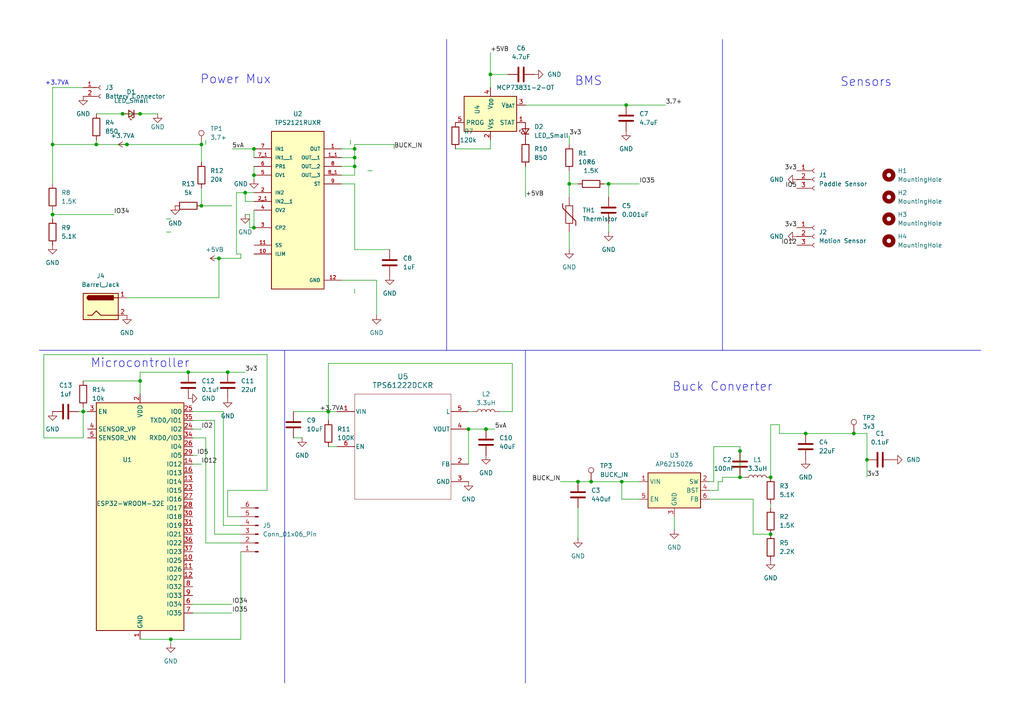
<source format=kicad_sch>
(kicad_sch (version 20250114) (generator "eeschema") (generator_version "9.0")
  (paper "A4")
  (lib_symbols
    (symbol "2025-10-12_01-10-01:TPS61222DCKR" (pin_names (offset 0.254))
      (property "Reference" "U" (at 0 2.54 0))
      (property "Value" "TPS61222DCKR" (at 0 0 0))
      (symbol "TPS61222DCKR_0_1"
        (polyline (pts (xy -12.7 15.24) (xy -12.7 -15.24)) (stroke (width 0.1016)))
        (polyline (pts (xy -12.7 -15.24) (xy 15.24 -15.24)) (stroke (width 0.1016)))
        (polyline (pts (xy 15.24 15.24) (xy -12.7 15.24)) (stroke (width 0.1016)))
        (polyline (pts (xy 15.24 -15.24) (xy 15.24 15.24)) (stroke (width 0.1016)))
        (pin power_in line (at -17.78 10.16 0) (length 5.08) (name "VIN") (number "1"))
        (pin input line (at -17.78 0 0) (length 5.08) (name "EN") (number "6"))
        (pin unspecified line (at 20.32 10.16 180) (length 5.08) (name "L") (number "5"))
        (pin power_in line (at 20.32 5.08 180) (length 5.08) (name "VOUT") (number "4"))
        (pin input line (at 20.32 -5.08 180) (length 5.08) (name "FB") (number "2"))
        (pin power_in line (at 20.32 -10.16 180) (length 5.08) (name "GND") (number "3"))
      )
    )
    (symbol "Battery_Management:MCP73831-2-OT"
      (property "Reference" "U" (at -7.62 6.35 0))
      (property "Value" "MCP73831-2-OT" (at 1.27 6.35 0))
      (symbol "MCP73831-2-OT_0_1"
        (rectangle (start -7.62 5.08) (end 7.62 -5.08) (stroke (width 0.254)) (fill (type background)))
      )
      (symbol "MCP73831-2-OT_1_1"
        (pin input line (at -10.16 -2.54 0) (length 2.54) (name "PROG") (number "5"))
        (pin power_in line (at 0 7.62 270) (length 2.54) (name "V_{DD}") (number "4"))
        (pin power_in line (at 0 -7.62 90) (length 2.54) (name "V_{SS}") (number "2"))
        (pin power_out line (at 10.16 2.54 180) (length 2.54) (name "V_{BAT}") (number "3"))
        (pin tri_state line (at 10.16 -2.54 180) (length 2.54) (name "STAT") (number "1"))
      )
    )
    (symbol "Connector:Barrel_Jack" (pin_names (offset 1.016))
      (property "Reference" "J" (at 0 5.334 0))
      (property "Value" "Barrel_Jack" (at 0 -5.08 0))
      (symbol "Barrel_Jack_0_1"
        (rectangle (start -5.08 3.81) (end 5.08 -3.81) (stroke (width 0.254)) (fill (type background)))
        (polyline (pts (xy -3.81 -2.54) (xy -2.54 -2.54) (xy -1.27 -1.27) (xy 0 -2.54) (xy 2.54 -2.54) (xy 5.08 -2.54)) (stroke (width 0.254)))
        (arc (start -3.302 1.905) (mid -3.9343 2.54) (end -3.302 3.175) (stroke (width 0.254)))
        (arc (start -3.302 1.905) (mid -3.9343 2.54) (end -3.302 3.175) (stroke (width 0.254)) (fill (type outline)))
        (rectangle (start 3.683 3.175) (end -3.302 1.905) (stroke (width 0.254)) (fill (type outline)))
        (polyline (pts (xy 5.08 2.54) (xy 3.81 2.54)) (stroke (width 0.254)))
      )
      (symbol "Barrel_Jack_1_1"
        (pin passive line (at 7.62 2.54 180) (length 2.54) (name "~") (number "1"))
        (pin passive line (at 7.62 -2.54 180) (length 2.54) (name "~") (number "2"))
      )
    )
    (symbol "Connector:Conn_01x02_Socket" (pin_names (offset 1.016) (hide yes))
      (property "Reference" "J" (at 0 2.54 0))
      (property "Value" "Conn_01x02_Socket" (at 0 -5.08 0))
      (symbol "Conn_01x02_Socket_1_1"
        (polyline (pts (xy -1.27 0) (xy -0.508 0)) (stroke (width 0.1524)))
        (polyline (pts (xy -1.27 -2.54) (xy -0.508 -2.54)) (stroke (width 0.1524)))
        (arc (start 0 -0.508) (mid -0.5058 0) (end 0 0.508) (stroke (width 0.1524)))
        (arc (start 0 -3.048) (mid -0.5058 -2.54) (end 0 -2.032) (stroke (width 0.1524)))
        (pin passive line (at -5.08 0 0) (length 3.81) (name "Pin_1") (number "1"))
        (pin passive line (at -5.08 -2.54 0) (length 3.81) (name "Pin_2") (number "2"))
      )
    )
    (symbol "Connector:Conn_01x03_Socket" (pin_names (offset 1.016) (hide yes))
      (property "Reference" "J" (at 0 5.08 0))
      (property "Value" "Conn_01x03_Socket" (at 0 -5.08 0))
      (symbol "Conn_01x03_Socket_1_1"
        (polyline (pts (xy -1.27 2.54) (xy -0.508 2.54)) (stroke (width 0.1524)))
        (polyline (pts (xy -1.27 0) (xy -0.508 0)) (stroke (width 0.1524)))
        (polyline (pts (xy -1.27 -2.54) (xy -0.508 -2.54)) (stroke (width 0.1524)))
        (arc (start 0 2.032) (mid -0.5058 2.54) (end 0 3.048) (stroke (width 0.1524)))
        (arc (start 0 -0.508) (mid -0.5058 0) (end 0 0.508) (stroke (width 0.1524)))
        (arc (start 0 -3.048) (mid -0.5058 -2.54) (end 0 -2.032) (stroke (width 0.1524)))
        (pin passive line (at -5.08 2.54 0) (length 3.81) (name "Pin_1") (number "1"))
        (pin passive line (at -5.08 0 0) (length 3.81) (name "Pin_2") (number "2"))
        (pin passive line (at -5.08 -2.54 0) (length 3.81) (name "Pin_3") (number "3"))
      )
    )
    (symbol "Connector:Conn_01x06_Pin" (pin_names (offset 1.016) (hide yes))
      (property "Reference" "J" (at 0 7.62 0))
      (property "Value" "Conn_01x06_Pin" (at 0 -10.16 0))
      (symbol "Conn_01x06_Pin_1_1"
        (rectangle (start 0.8636 5.207) (end 0 4.953) (stroke (width 0.1524)) (fill (type outline)))
        (rectangle (start 0.8636 2.667) (end 0 2.413) (stroke (width 0.1524)) (fill (type outline)))
        (rectangle (start 0.8636 0.127) (end 0 -0.127) (stroke (width 0.1524)) (fill (type outline)))
        (rectangle (start 0.8636 -2.413) (end 0 -2.667) (stroke (width 0.1524)) (fill (type outline)))
        (rectangle (start 0.8636 -4.953) (end 0 -5.207) (stroke (width 0.1524)) (fill (type outline)))
        (rectangle (start 0.8636 -7.493) (end 0 -7.747) (stroke (width 0.1524)) (fill (type outline)))
        (polyline (pts (xy 1.27 5.08) (xy 0.8636 5.08)) (stroke (width 0.1524)))
        (polyline (pts (xy 1.27 2.54) (xy 0.8636 2.54)) (stroke (width 0.1524)))
        (polyline (pts (xy 1.27 0) (xy 0.8636 0)) (stroke (width 0.1524)))
        (polyline (pts (xy 1.27 -2.54) (xy 0.8636 -2.54)) (stroke (width 0.1524)))
        (polyline (pts (xy 1.27 -5.08) (xy 0.8636 -5.08)) (stroke (width 0.1524)))
        (polyline (pts (xy 1.27 -7.62) (xy 0.8636 -7.62)) (stroke (width 0.1524)))
        (pin passive line (at 5.08 5.08 180) (length 3.81) (name "Pin_1") (number "1"))
        (pin passive line (at 5.08 2.54 180) (length 3.81) (name "Pin_2") (number "2"))
        (pin passive line (at 5.08 0 180) (length 3.81) (name "Pin_3") (number "3"))
        (pin passive line (at 5.08 -2.54 180) (length 3.81) (name "Pin_4") (number "4"))
        (pin passive line (at 5.08 -5.08 180) (length 3.81) (name "Pin_5") (number "5"))
        (pin passive line (at 5.08 -7.62 180) (length 3.81) (name "Pin_6") (number "6"))
      )
    )
    (symbol "Connector:TestPoint" (pin_numbers (hide yes)) (pin_names (offset 0.762) (hide yes))
      (property "Reference" "TP" (at 0 6.858 0))
      (property "Value" "TestPoint" (at 0 5.08 0))
      (symbol "TestPoint_0_1"
        (circle (center 0 3.302) (radius 0.762))
      )
      (symbol "TestPoint_1_1"
        (pin passive line (at 0 0 90) (length 2.54) (name "1") (number "1"))
      )
    )
    (symbol "Device:C" (pin_numbers (hide yes)) (pin_names (offset 0.254))
      (property "Reference" "C" (at 0.635 2.54 0))
      (property "Value" "C" (at 0.635 -2.54 0))
      (symbol "C_0_1"
        (polyline (pts (xy -2.032 0.762) (xy 2.032 0.762)) (stroke (width 0.508)))
        (polyline (pts (xy -2.032 -0.762) (xy 2.032 -0.762)) (stroke (width 0.508)))
      )
      (symbol "C_1_1"
        (pin passive line (at 0 3.81 270) (length 2.794) (name "~") (number "1"))
        (pin passive line (at 0 -3.81 90) (length 2.794) (name "~") (number "2"))
      )
    )
    (symbol "Device:L" (pin_numbers (hide yes)) (pin_names (offset 1.016) (hide yes))
      (property "Reference" "L" (at -1.27 0 90))
      (property "Value" "L" (at 1.905 0 90))
      (symbol "L_0_1"
        (arc (start 0 2.54) (mid 0.6323 1.905) (end 0 1.27))
        (arc (start 0 1.27) (mid 0.6323 0.635) (end 0 0))
        (arc (start 0 0) (mid 0.6323 -0.635) (end 0 -1.27))
        (arc (start 0 -1.27) (mid 0.6323 -1.905) (end 0 -2.54))
      )
      (symbol "L_1_1"
        (pin passive line (at 0 3.81 270) (length 1.27) (name "1") (number "1"))
        (pin passive line (at 0 -3.81 90) (length 1.27) (name "2") (number "2"))
      )
    )
    (symbol "Device:LED_Small" (pin_numbers (hide yes)) (pin_names (offset 0.254) (hide yes))
      (property "Reference" "D" (at -1.27 3.175 0))
      (property "Value" "LED_Small" (at -4.445 -2.54 0))
      (symbol "LED_Small_0_1"
        (polyline (pts (xy -0.762 -1.016) (xy -0.762 1.016)) (stroke (width 0.254)))
        (polyline (pts (xy 0 0.762) (xy -0.508 1.27) (xy -0.254 1.27) (xy -0.508 1.27) (xy -0.508 1.016)))
        (polyline (pts (xy 0.508 1.27) (xy 0 1.778) (xy 0.254 1.778) (xy 0 1.778) (xy 0 1.524)))
        (polyline (pts (xy 0.762 -1.016) (xy -0.762 0) (xy 0.762 1.016) (xy 0.762 -1.016)) (stroke (width 0.254)))
        (polyline (pts (xy 1.016 0) (xy -0.762 0)))
      )
      (symbol "LED_Small_1_1"
        (pin passive line (at -2.54 0 0) (length 1.778) (name "K") (number "1"))
        (pin passive line (at 2.54 0 180) (length 1.778) (name "A") (number "2"))
      )
    )
    (symbol "Device:R" (pin_numbers (hide yes)) (pin_names (offset 0))
      (property "Reference" "R" (at 2.032 0 90))
      (property "Value" "R" (at 0 0 90))
      (symbol "R_0_1"
        (rectangle (start -1.016 -2.54) (end 1.016 2.54) (stroke (width 0.254)))
      )
      (symbol "R_1_1"
        (pin passive line (at 0 3.81 270) (length 1.27) (name "~") (number "1"))
        (pin passive line (at 0 -3.81 90) (length 1.27) (name "~") (number "2"))
      )
    )
    (symbol "Device:Thermistor" (pin_numbers (hide yes)) (pin_names (offset 0))
      (property "Reference" "TH" (at 2.54 1.27 90))
      (property "Value" "Thermistor" (at -2.54 0 90))
      (symbol "Thermistor_0_1"
        (polyline (pts (xy -1.905 3.175) (xy -1.905 1.905) (xy 1.905 -1.905) (xy 1.905 -3.175) (xy 1.905 -3.175)) (stroke (width 0.254)))
        (rectangle (start -1.016 2.54) (end 1.016 -2.54) (stroke (width 0.2032)))
      )
      (symbol "Thermistor_1_1"
        (pin passive line (at 0 5.08 270) (length 2.54) (name "~") (number "1"))
        (pin passive line (at 0 -5.08 90) (length 2.54) (name "~") (number "2"))
      )
    )
    (symbol "Mechanical:MountingHole" (pin_names (offset 1.016)) (in_bom no)
      (property "Reference" "H" (at 0 5.08 0))
      (property "Value" "MountingHole" (at 0 3.175 0))
      (symbol "MountingHole_0_1"
        (circle (center 0 0) (radius 1.27) (stroke (width 1.27)))
      )
    )
    (symbol "RF_Module:ESP32-WROOM-32E"
      (property "Reference" "U" (at -12.7 34.29 0))
      (property "Value" "ESP32-WROOM-32E" (at 1.27 34.29 0))
      (symbol "ESP32-WROOM-32E_0_1"
        (rectangle (start -12.7 33.02) (end 12.7 -33.02) (stroke (width 0.254)) (fill (type background)))
      )
      (symbol "ESP32-WROOM-32E_1_1"
        (pin input line (at -15.24 30.48 0) (length 2.54) (name "EN") (number "3"))
        (pin input line (at -15.24 25.4 0) (length 2.54) (name "SENSOR_VP") (number "4"))
        (pin input line (at -15.24 22.86 0) (length 2.54) (name "SENSOR_VN") (number "5"))
        (pin no_connect line (at -12.7 0 0) (length 2.54) (hide yes) (name "NC") (number "21"))
        (pin no_connect line (at -12.7 -2.54 0) (length 2.54) (hide yes) (name "NC") (number "22"))
        (pin no_connect line (at -12.7 -5.08 0) (length 2.54) (hide yes) (name "NC") (number "17"))
        (pin no_connect line (at -12.7 -7.62 0) (length 2.54) (hide yes) (name "NC") (number "18"))
        (pin no_connect line (at -12.7 -10.16 0) (length 2.54) (hide yes) (name "NC") (number "20"))
        (pin no_connect line (at -12.7 -12.7 0) (length 2.54) (hide yes) (name "NC") (number "19"))
        (pin no_connect line (at -12.7 -27.94 0) (length 2.54) (hide yes) (name "NC") (number "32"))
        (pin power_in line (at 0 35.56 270) (length 2.54) (name "VDD") (number "2"))
        (pin power_in line (at 0 -35.56 90) (length 2.54) (name "GND") (number "1"))
        (pin passive line (at 0 -35.56 90) (length 2.54) (hide yes) (name "GND") (number "15"))
        (pin passive line (at 0 -35.56 90) (length 2.54) (hide yes) (name "GND") (number "38"))
        (pin passive line (at 0 -35.56 90) (length 2.54) (hide yes) (name "GND") (number "39"))
        (pin bidirectional line (at 15.24 30.48 180) (length 2.54) (name "IO0") (number "25"))
        (pin bidirectional line (at 15.24 27.94 180) (length 2.54) (name "TXD0/IO1") (number "35"))
        (pin bidirectional line (at 15.24 25.4 180) (length 2.54) (name "IO2") (number "24"))
        (pin bidirectional line (at 15.24 22.86 180) (length 2.54) (name "RXD0/IO3") (number "34"))
        (pin bidirectional line (at 15.24 20.32 180) (length 2.54) (name "IO4") (number "26"))
        (pin bidirectional line (at 15.24 17.78 180) (length 2.54) (name "IO5") (number "29"))
        (pin bidirectional line (at 15.24 15.24 180) (length 2.54) (name "IO12") (number "14"))
        (pin bidirectional line (at 15.24 12.7 180) (length 2.54) (name "IO13") (number "16"))
        (pin bidirectional line (at 15.24 10.16 180) (length 2.54) (name "IO14") (number "13"))
        (pin bidirectional line (at 15.24 7.62 180) (length 2.54) (name "IO15") (number "23"))
        (pin bidirectional line (at 15.24 5.08 180) (length 2.54) (name "IO16") (number "27"))
        (pin bidirectional line (at 15.24 2.54 180) (length 2.54) (name "IO17") (number "28"))
        (pin bidirectional line (at 15.24 0 180) (length 2.54) (name "IO18") (number "30"))
        (pin bidirectional line (at 15.24 -2.54 180) (length 2.54) (name "IO19") (number "31"))
        (pin bidirectional line (at 15.24 -5.08 180) (length 2.54) (name "IO21") (number "33"))
        (pin bidirectional line (at 15.24 -7.62 180) (length 2.54) (name "IO22") (number "36"))
        (pin bidirectional line (at 15.24 -10.16 180) (length 2.54) (name "IO23") (number "37"))
        (pin bidirectional line (at 15.24 -12.7 180) (length 2.54) (name "IO25") (number "10"))
        (pin bidirectional line (at 15.24 -15.24 180) (length 2.54) (name "IO26") (number "11"))
        (pin bidirectional line (at 15.24 -17.78 180) (length 2.54) (name "IO27") (number "12"))
        (pin bidirectional line (at 15.24 -20.32 180) (length 2.54) (name "IO32") (number "8"))
        (pin bidirectional line (at 15.24 -22.86 180) (length 2.54) (name "IO33") (number "9"))
        (pin input line (at 15.24 -25.4 180) (length 2.54) (name "IO34") (number "6"))
        (pin input line (at 15.24 -27.94 180) (length 2.54) (name "IO35") (number "7"))
      )
    )
    (symbol "Regulator_Switching:AP62150Z6"
      (property "Reference" "U" (at -7.62 6.35 0))
      (property "Value" "AP62150Z6" (at 6.35 -6.35 0))
      (symbol "AP62150Z6_0_1"
        (rectangle (start -7.62 5.08) (end 7.62 -5.08) (stroke (width 0.254)) (fill (type background)))
      )
      (symbol "AP62150Z6_1_1"
        (pin power_in line (at -10.16 2.54 0) (length 2.54) (name "VIN") (number "1"))
        (pin input line (at -10.16 -2.54 0) (length 2.54) (name "EN") (number "5"))
        (pin power_in line (at 0 -7.62 90) (length 2.54) (name "GND") (number "3"))
        (pin output line (at 10.16 2.54 180) (length 2.54) (name "SW") (number "2"))
        (pin passive line (at 10.16 0 180) (length 2.54) (name "BST") (number "4"))
        (pin input line (at 10.16 -2.54 180) (length 2.54) (name "FB") (number "6"))
      )
    )
    (symbol "TPS2121RUXR:TPS2121RUXR" (pin_names (offset 1.016))
      (property "Reference" "U" (at -7.62 21.082 0))
      (property "Value" "TPS2121RUXR" (at -7.62 -27.94 0))
      (symbol "TPS2121RUXR_0_0"
        (rectangle (start -7.62 -25.4) (end 7.62 20.32) (stroke (width 0.254)) (fill (type background)))
        (pin input line (at -12.7 15.24 0) (length 5.08) (name "IN1") (number "7"))
        (pin input line (at -12.7 12.7 0) (length 5.08) (name "IN1__1") (number "7_1"))
        (pin input line (at -12.7 10.16 0) (length 5.08) (name "PR1") (number "6"))
        (pin input line (at -12.7 7.62 0) (length 5.08) (name "OV1") (number "5"))
        (pin input line (at -12.7 2.54 0) (length 5.08) (name "IN2") (number "2"))
        (pin input line (at -12.7 0 0) (length 5.08) (name "IN2__1") (number "2_1"))
        (pin input line (at -12.7 -2.54 0) (length 5.08) (name "OV2") (number "4"))
        (pin input line (at -12.7 -7.62 0) (length 5.08) (name "CP2") (number "3"))
        (pin passive line (at -12.7 -12.7 0) (length 5.08) (name "SS") (number "11"))
        (pin passive line (at -12.7 -15.24 0) (length 5.08) (name "ILIM") (number "10"))
        (pin output line (at 12.7 15.24 180) (length 5.08) (name "OUT") (number "1"))
        (pin output line (at 12.7 12.7 180) (length 5.08) (name "OUT__1") (number "1_1"))
        (pin output line (at 12.7 10.16 180) (length 5.08) (name "OUT__2") (number "8"))
        (pin output line (at 12.7 7.62 180) (length 5.08) (name "OUT__3") (number "8_1"))
        (pin output line (at 12.7 5.08 180) (length 5.08) (name "ST") (number "9"))
        (pin power_in line (at 12.7 -22.86 180) (length 5.08) (name "GND") (number "12"))
      )
    )
    (symbol "power:+12V" (power) (pin_numbers (hide yes)) (pin_names (offset 0) (hide yes))
      (property "Value" "+12V" (at 0 3.556 0))
      (symbol "+12V_0_1"
        (polyline (pts (xy -0.762 1.27) (xy 0 2.54)))
        (polyline (pts (xy 0 2.54) (xy 0.762 1.27)))
        (polyline (pts (xy 0 0) (xy 0 2.54)))
      )
      (symbol "+12V_1_1"
        (pin power_in line (at 0 0 90) (length 0) (name "~") (number "1"))
      )
    )
    (symbol "power:GND" (power) (pin_numbers (hide yes)) (pin_names (offset 0) (hide yes))
      (property "Value" "GND" (at 0 -3.81 0))
      (symbol "GND_0_1"
        (polyline (pts (xy 0 0) (xy 0 -1.27) (xy 1.27 -1.27) (xy 0 -2.54) (xy -1.27 -1.27) (xy 0 -1.27)))
      )
      (symbol "GND_1_1"
        (pin power_in line (at 0 0 270) (length 0) (name "~") (number "1"))
      )
    )
  )
  (rectangle (start 129.54 11.43) (end 129.54 101.6))
  (rectangle (start 82.55 101.6) (end 82.55 198.12))
  (rectangle (start 152.4 101.6) (end 152.4 198.12))
  (rectangle (start 11.43 101.6) (end 284.48 101.6))
  (rectangle (start 209.55 11.43) (end 209.55 101.6))
  (text "+3.7VA\n" (at 16.51 24.13 0) (effects (font (size 1.27 1.27))))
  (text "BMS" (at 170.688 23.622 0) (effects (font (size 2.54 2.54))))
  (text "Power Mux" (at 68.326 23.114 0) (effects (font (size 2.54 2.54))))
  (text "Microcontroller" (at 40.64 105.41 0) (effects (font (size 2.54 2.54))))
  (text "Buck Converter" (at 209.55 112.268 0) (effects (font (size 2.54 2.54))))
  (text "Sensors" (at 251.206 23.876 0) (effects (font (size 2.54 2.54))))
  (junction (at 66.04 107.95))
  (junction (at 73.66 66.04))
  (junction (at 135.89 124.46))
  (junction (at 142.24 21.59))
  (junction (at 165.1 53.34))
  (junction (at 15.24 41.91))
  (junction (at 251.46 133.35))
  (junction (at 40.64 33.02))
  (junction (at 214.63 130.81))
  (junction (at 102.87 43.18))
  (junction (at 223.52 154.94))
  (junction (at 27.94 41.91))
  (junction (at 73.66 50.8))
  (junction (at 140.97 124.46))
  (junction (at 15.24 62.23))
  (junction (at 36.83 41.91))
  (junction (at 95.25 119.38))
  (junction (at 180.34 139.7))
  (junction (at 181.61 30.48))
  (junction (at 73.66 43.18))
  (junction (at 102.87 45.72))
  (junction (at 24.13 119.38))
  (junction (at 171.45 139.7))
  (junction (at 233.68 125.73))
  (junction (at 176.53 53.34))
  (junction (at 71.12 55.88))
  (junction (at 58.42 59.69))
  (junction (at 35.56 33.02))
  (junction (at 102.87 48.26))
  (junction (at 54.61 107.95))
  (junction (at 223.52 138.43))
  (junction (at 58.42 41.91))
  (junction (at 214.63 138.43))
  (junction (at 247.65 125.73))
  (junction (at 40.64 110.49))
  (junction (at 167.64 139.7))
  (junction (at 49.53 185.42))
  (junction (at 63.5 74.93))
  (wire (pts (xy 95.25 129.54) (xy 97.79 129.54)))
  (wire (pts (xy 95.25 119.38) (xy 97.79 119.38)))
  (wire (pts (xy 114.3 41.91) (xy 114.3 43.18)))
  (wire (pts (xy 71.12 55.88) (xy 71.12 58.42)))
  (wire (pts (xy 68.58 55.88) (xy 71.12 55.88)))
  (wire (pts (xy 185.42 144.78) (xy 180.34 144.78)))
  (wire (pts (xy 15.24 41.91) (xy 27.94 41.91)))
  (wire (pts (xy 85.09 119.38) (xy 95.25 119.38)))
  (wire (pts (xy 62.23 74.93) (xy 63.5 74.93)))
  (wire (pts (xy 214.63 129.54) (xy 214.63 130.81)))
  (wire (pts (xy 67.31 43.18) (xy 73.66 43.18)))
  (wire (pts (xy 68.58 73.66) (xy 68.58 55.88)))
  (wire (pts (xy 152.4 48.26) (xy 152.4 57.15)))
  (wire (pts (xy 36.83 86.36) (xy 63.5 86.36)))
  (wire (pts (xy 102.87 43.18) (xy 102.87 45.72)))
  (wire (pts (xy 62.23 154.94) (xy 69.85 154.94)))
  (wire (pts (xy 180.34 144.78) (xy 180.34 139.7)))
  (wire (pts (xy 171.45 139.7) (xy 180.34 139.7)))
  (wire (pts (xy 59.69 40.64) (xy 59.69 41.91)))
  (wire (pts (xy 144.78 119.38) (xy 148.59 119.38)))
  (wire (pts (xy 247.65 125.73) (xy 251.46 125.73)))
  (wire (pts (xy 72.39 62.23) (xy 72.39 66.04)))
  (wire (pts (xy 71.12 62.23) (xy 72.39 62.23)))
  (wire (pts (xy 59.69 127) (xy 59.69 157.48)))
  (wire (pts (xy 55.88 119.38) (xy 64.77 119.38)))
  (wire (pts (xy 106.68 49.53) (xy 107.95 49.53)))
  (wire (pts (xy 214.63 130.81) (xy 214.63 137.16)))
  (wire (pts (xy 233.68 125.73) (xy 247.65 125.73)))
  (wire (pts (xy 12.7 102.87) (xy 77.47 102.87)))
  (wire (pts (xy 102.87 50.8) (xy 99.06 50.8)))
  (wire (pts (xy 102.87 83.82) (xy 102.87 85.09)))
  (wire (pts (xy 12.7 127) (xy 12.7 102.87)))
  (wire (pts (xy 251.46 133.35) (xy 251.46 138.43)))
  (wire (pts (xy 223.52 138.43) (xy 223.52 123.19)))
  (wire (pts (xy 176.53 53.34) (xy 176.53 57.15)))
  (wire (pts (xy 69.85 73.66) (xy 69.85 74.93)))
  (wire (pts (xy 165.1 53.34) (xy 165.1 57.15)))
  (wire (pts (xy 102.87 41.91) (xy 114.3 41.91)))
  (wire (pts (xy 251.46 125.73) (xy 251.46 133.35)))
  (wire (pts (xy 64.77 152.4) (xy 69.85 152.4)))
  (wire (pts (xy 140.97 124.46) (xy 143.51 124.46)))
  (wire (pts (xy 58.42 54.61) (xy 58.42 59.69)))
  (wire (pts (xy 59.69 157.48) (xy 69.85 157.48)))
  (wire (pts (xy 142.24 43.18) (xy 142.24 40.64)))
  (wire (pts (xy 15.24 41.91) (xy 15.24 53.34)))
  (wire (pts (xy 69.85 73.66) (xy 68.58 73.66)))
  (wire (pts (xy 77.47 142.24) (xy 66.04 142.24)))
  (wire (pts (xy 209.55 138.43) (xy 214.63 138.43)))
  (wire (pts (xy 132.08 43.18) (xy 142.24 43.18)))
  (wire (pts (xy 109.22 81.28) (xy 109.22 91.44)))
  (wire (pts (xy 101.6 40.64) (xy 101.6 41.91)))
  (wire (pts (xy 102.87 48.26) (xy 99.06 48.26)))
  (wire (pts (xy 48.26 67.31) (xy 49.53 67.31)))
  (wire (pts (xy 24.13 25.4) (xy 15.24 25.4)))
  (wire (pts (xy 102.87 72.39) (xy 113.03 72.39)))
  (wire (pts (xy 142.24 21.59) (xy 142.24 25.4)))
  (wire (pts (xy 205.74 144.78) (xy 218.44 144.78)))
  (wire (pts (xy 73.66 52.07) (xy 73.66 50.8)))
  (wire (pts (xy 49.53 186.69) (xy 49.53 185.42)))
  (wire (pts (xy 40.64 107.95) (xy 54.61 107.95)))
  (wire (pts (xy 55.88 177.8) (xy 67.31 177.8)))
  (wire (pts (xy 208.28 139.7) (xy 209.55 139.7)))
  (wire (pts (xy 49.53 63.5) (xy 48.26 63.5)))
  (wire (pts (xy 40.64 110.49) (xy 24.13 110.49)))
  (wire (pts (xy 72.39 66.04) (xy 73.66 66.04)))
  (wire (pts (xy 73.66 66.04) (xy 73.66 60.96)))
  (wire (pts (xy 165.1 49.53) (xy 165.1 53.34)))
  (wire (pts (xy 40.64 33.02) (xy 35.56 33.02)))
  (wire (pts (xy 167.64 139.7) (xy 171.45 139.7)))
  (wire (pts (xy 176.53 53.34) (xy 185.42 53.34)))
  (wire (pts (xy 148.59 119.38) (xy 148.59 105.41)))
  (wire (pts (xy 102.87 45.72) (xy 102.87 48.26)))
  (wire (pts (xy 142.24 15.24) (xy 142.24 21.59)))
  (wire (pts (xy 49.53 185.42) (xy 40.64 185.42)))
  (wire (pts (xy 55.88 134.62) (xy 58.42 134.62)))
  (wire (pts (xy 49.53 185.42) (xy 69.85 185.42)))
  (wire (pts (xy 71.12 55.88) (xy 73.66 55.88)))
  (wire (pts (xy 55.88 121.92) (xy 62.23 121.92)))
  (wire (pts (xy 102.87 43.18) (xy 99.06 43.18)))
  (wire (pts (xy 40.64 110.49) (xy 40.64 114.3)))
  (wire (pts (xy 162.56 139.7) (xy 167.64 139.7)))
  (wire (pts (xy 135.89 119.38) (xy 137.16 119.38)))
  (wire (pts (xy 55.88 124.46) (xy 58.42 124.46)))
  (wire (pts (xy 55.88 175.26) (xy 67.31 175.26)))
  (wire (pts (xy 36.83 41.91) (xy 58.42 41.91)))
  (wire (pts (xy 58.42 59.69) (xy 67.31 59.69)))
  (wire (pts (xy 208.28 142.24) (xy 205.74 142.24)))
  (wire (pts (xy 24.13 127) (xy 12.7 127)))
  (wire (pts (xy 181.61 30.48) (xy 193.04 30.48)))
  (wire (pts (xy 135.89 124.46) (xy 140.97 124.46)))
  (wire (pts (xy 109.22 81.28) (xy 99.06 81.28)))
  (wire (pts (xy 69.85 185.42) (xy 69.85 160.02)))
  (wire (pts (xy 27.94 33.02) (xy 35.56 33.02)))
  (wire (pts (xy 24.13 119.38) (xy 24.13 127)))
  (wire (pts (xy 73.66 50.8) (xy 73.66 48.26)))
  (wire (pts (xy 223.52 123.19) (xy 226.06 123.19)))
  (wire (pts (xy 209.55 139.7) (xy 209.55 138.43)))
  (wire (pts (xy 148.59 105.41) (xy 95.25 105.41)))
  (wire (pts (xy 195.58 149.86) (xy 195.58 153.67)))
  (wire (pts (xy 22.86 119.38) (xy 24.13 119.38)))
  (wire (pts (xy 40.64 107.95) (xy 40.64 110.49)))
  (wire (pts (xy 66.04 142.24) (xy 66.04 149.86)))
  (wire (pts (xy 64.77 119.38) (xy 64.77 152.4)))
  (wire (pts (xy 63.5 86.36) (xy 63.5 74.93)))
  (wire (pts (xy 180.34 139.7) (xy 185.42 139.7)))
  (wire (pts (xy 102.87 45.72) (xy 99.06 45.72)))
  (wire (pts (xy 24.13 119.38) (xy 25.4 119.38)))
  (wire (pts (xy 27.94 41.91) (xy 36.83 41.91)))
  (wire (pts (xy 40.64 33.02) (xy 45.72 33.02)))
  (wire (pts (xy 175.26 53.34) (xy 176.53 53.34)))
  (wire (pts (xy 73.66 43.18) (xy 73.66 45.72)))
  (wire (pts (xy 226.06 125.73) (xy 233.68 125.73)))
  (wire (pts (xy 152.4 30.48) (xy 181.61 30.48)))
  (wire (pts (xy 85.09 127) (xy 87.63 127)))
  (wire (pts (xy 15.24 60.96) (xy 15.24 62.23)))
  (wire (pts (xy 165.1 39.37) (xy 165.1 41.91)))
  (wire (pts (xy 27.94 40.64) (xy 27.94 41.91)))
  (wire (pts (xy 218.44 154.94) (xy 223.52 154.94)))
  (wire (pts (xy 208.28 139.7) (xy 208.28 142.24)))
  (wire (pts (xy 167.64 147.32) (xy 167.64 156.21)))
  (wire (pts (xy 214.63 138.43) (xy 215.9 138.43)))
  (wire (pts (xy 58.42 41.91) (xy 58.42 46.99)))
  (wire (pts (xy 15.24 62.23) (xy 33.02 62.23)))
  (wire (pts (xy 102.87 53.34) (xy 99.06 53.34)))
  (wire (pts (xy 71.12 58.42) (xy 73.66 58.42)))
  (wire (pts (xy 135.89 124.46) (xy 135.89 134.62)))
  (wire (pts (xy 176.53 64.77) (xy 176.53 67.31)))
  (wire (pts (xy 207.01 139.7) (xy 207.01 129.54)))
  (wire (pts (xy 54.61 107.95) (xy 66.04 107.95)))
  (wire (pts (xy 24.13 118.11) (xy 24.13 119.38)))
  (wire (pts (xy 66.04 107.95) (xy 71.12 107.95)))
  (wire (pts (xy 63.5 74.93) (xy 69.85 74.93)))
  (wire (pts (xy 165.1 53.34) (xy 167.64 53.34)))
  (wire (pts (xy 165.1 67.31) (xy 165.1 72.39)))
  (wire (pts (xy 207.01 129.54) (xy 214.63 129.54)))
  (wire (pts (xy 95.25 105.41) (xy 95.25 119.38)))
  (wire (pts (xy 15.24 25.4) (xy 15.24 41.91)))
  (wire (pts (xy 55.88 127) (xy 59.69 127)))
  (wire (pts (xy 226.06 123.19) (xy 226.06 125.73)))
  (wire (pts (xy 66.04 149.86) (xy 69.85 149.86)))
  (wire (pts (xy 142.24 21.59) (xy 147.32 21.59)))
  (wire (pts (xy 77.47 102.87) (xy 77.47 142.24)))
  (wire (pts (xy 95.25 119.38) (xy 95.25 121.92)))
  (wire (pts (xy 102.87 41.91) (xy 102.87 43.18)))
  (wire (pts (xy 15.24 62.23) (xy 15.24 63.5)))
  (wire (pts (xy 55.88 132.08) (xy 57.15 132.08)))
  (wire (pts (xy 102.87 72.39) (xy 102.87 53.34)))
  (wire (pts (xy 223.52 146.05) (xy 223.52 147.32)))
  (wire (pts (xy 218.44 144.78) (xy 218.44 154.94)))
  (wire (pts (xy 62.23 121.92) (xy 62.23 154.94)))
  (wire (pts (xy 102.87 48.26) (xy 102.87 50.8)))
  (wire (pts (xy 205.74 139.7) (xy 207.01 139.7)))
  (label "3v3" (at 71.12 107.95 0))
  (label "3.7+" (at 193.04 30.48 0))
  (label "BUCK_IN" (at 162.56 139.7 180))
  (label "IO5" (at 57.15 132.08 0))
  (label "IO12" (at 58.42 134.62 0))
  (label "3v3" (at 231.14 66.04 180))
  (label "BUCK_IN" (at 114.3 43.18 0))
  (label "3v3" (at 251.46 138.43 0))
  (label "IO12" (at 231.14 71.12 180))
  (label "IO35" (at 67.31 177.8 0))
  (label "+5VB" (at 152.4 57.15 0))
  (label "+3.7VA" (at 92.71 119.38 0))
  (label "IO5" (at 231.14 54.61 180))
  (label "IO2" (at 58.42 124.46 0))
  (label "5vA" (at 143.51 124.46 0))
  (label "5vA" (at 67.31 43.18 0))
  (label "3v3" (at 165.1 39.37 0))
  (label "+5VB" (at 142.24 15.24 0))
  (label "IO34" (at 67.31 175.26 0))
  (label "IO35" (at 185.42 53.34 0))
  (label "IO34" (at 33.02 62.23 0))
  (label "3v3" (at 231.14 49.53 180))
  (symbol (lib_id "power:GND") (at 165.1 72.39 0) (unit 1)
    (property "Reference" "#PWR010" (effects (hide yes)))
    (property "Value" "GND" (at 165.1 77.47 0))
    (property "Description" "Power symbol creates a global label with name \"GND\" , ground" (effects (hide yes)))
  )
  (symbol (lib_id "power:GND") (at 231.14 68.58 270) (unit 1)
    (property "Reference" "#PWR013" (effects (hide yes)))
    (property "Value" "GND" (at 227.33 68.5799 90) (effects (justify right)))
    (property "Description" "Power symbol creates a global label with name \"GND\" , ground" (effects (hide yes)))
  )
  (symbol (lib_id "Device:C") (at 113.03 76.2 0) (unit 1)
    (property "Reference" "C8" (at 116.84 74.9299 0) (effects (justify left)))
    (property "Value" "1uF" (at 116.84 77.4699 0) (effects (justify left)))
    (property "Footprint" "Capacitor_SMD:C_0805_2012Metric_Pad1.18x1.45mm_HandSolder" (effects (hide yes)))
    (property "Description" "Unpolarized capacitor" (effects (hide yes)))
  )
  (symbol (lib_id "power:GND") (at 73.66 52.07 0) (unit 1)
    (property "Reference" "#PWR023" (effects (hide yes)))
    (property "Value" "GND" (at 69.85 53.34 0))
    (property "Description" "Power symbol creates a global label with name \"GND\" , ground" (effects (hide yes)))
  )
  (symbol (lib_id "power:GND") (at 71.12 62.23 0) (unit 1)
    (property "Reference" "#PWR020" (effects (hide yes)))
    (property "Value" "GND" (at 71.12 67.31 0))
    (property "Description" "Power symbol creates a global label with name \"GND\" , ground" (effects (hide yes)))
  )
  (symbol (lib_id "Mechanical:MountingHole") (at 257.81 63.5 0) (unit 1) (in_bom no)
    (property "Reference" "H3" (at 260.35 62.2299 0) (effects (justify left)))
    (property "Value" "MountingHole" (at 260.35 64.7699 0) (effects (justify left)))
    (property "Footprint" "MountingHole:MountingHole_3.2mm_M3" (effects (hide yes)))
    (property "Description" "Mounting Hole without connection" (effects (hide yes)))
  )
  (symbol (lib_id "power:GND") (at 66.04 115.57 0) (unit 1)
    (property "Reference" "#PWR027" (effects (hide yes)))
    (property "Value" "GND" (at 66.04 120.65 0))
    (property "Description" "Power symbol creates a global label with name \"GND\" , ground" (effects (hide yes)))
  )
  (symbol (lib_id "Device:L") (at 140.97 119.38 90) (unit 1)
    (property "Reference" "L2" (at 140.97 114.3 90))
    (property "Value" "3.3uH" (at 140.97 116.84 90))
    (property "Footprint" "Inductor_SMD:L_0805_2012Metric_Pad1.15x1.40mm_HandSolder" (effects (hide yes)))
    (property "Description" "Inductor" (effects (hide yes)))
  )
  (symbol (lib_id "power:GND") (at 15.24 71.12 0) (unit 1)
    (property "Reference" "#PWR011" (effects (hide yes)))
    (property "Value" "GND" (at 15.24 76.2 0))
    (property "Description" "Power symbol creates a global label with name \"GND\" , ground" (effects (hide yes)))
  )
  (symbol (lib_id "power:GND") (at 135.89 139.7 0) (unit 1)
    (property "Reference" "#PWR024" (effects (hide yes)))
    (property "Value" "GND" (at 135.89 144.78 0))
    (property "Description" "Power symbol creates a global label with name \"GND\" , ground" (effects (hide yes)))
  )
  (symbol (lib_id "Device:C") (at 181.61 34.29 0) (unit 1)
    (property "Reference" "C7" (at 185.42 33.0199 0) (effects (justify left)))
    (property "Value" "4.7uF" (at 185.42 35.5599 0) (effects (justify left)))
    (property "Footprint" "Capacitor_SMD:C_0805_2012Metric_Pad1.18x1.45mm_HandSolder" (effects (hide yes)))
    (property "Description" "Unpolarized capacitor" (effects (hide yes)))
  )
  (symbol (lib_id "power:GND") (at 109.22 91.44 0) (unit 1)
    (property "Reference" "#PWR07" (effects (hide yes)))
    (property "Value" "GND" (at 109.22 96.52 0))
    (property "Description" "Power symbol creates a global label with name \"GND\" , ground" (effects (hide yes)))
  )
  (symbol (lib_id "Device:C") (at 66.04 111.76 0) (unit 1)
    (property "Reference" "C11" (at 69.85 110.4899 0) (effects (justify left)))
    (property "Value" "22uf" (at 69.85 113.0299 0) (effects (justify left)))
    (property "Footprint" "Capacitor_SMD:C_0805_2012Metric_Pad1.18x1.45mm_HandSolder" (effects (hide yes)))
    (property "Description" "Unpolarized capacitor" (effects (hide yes)))
  )
  (symbol (lib_id "Device:R") (at 132.08 39.37 0) (unit 1)
    (property "Reference" "R7" (at 134.62 38.0999 0) (effects (justify left)))
    (property "Value" "120k" (at 133.35 40.64 0) (effects (justify left)))
    (property "Footprint" "Resistor_SMD:R_0805_2012Metric_Pad1.20x1.40mm_HandSolder" (effects (hide yes)))
    (property "Description" "Resistor" (effects (hide yes)))
  )
  (symbol (lib_id "power:GND") (at 167.64 156.21 0) (unit 1)
    (property "Reference" "#PWR014" (effects (hide yes)))
    (property "Value" "GND" (at 167.64 161.29 0))
    (property "Description" "Power symbol creates a global label with name \"GND\" , ground" (effects (hide yes)))
  )
  (symbol (lib_id "power:GND") (at 49.53 186.69 0) (unit 1)
    (property "Reference" "#PWR06" (effects (hide yes)))
    (property "Value" "GND" (at 49.53 191.77 0))
    (property "Description" "Power symbol creates a global label with name \"GND\" , ground" (effects (hide yes)))
  )
  (symbol (lib_id "Connector:Conn_01x02_Socket") (at 29.21 25.4 0) (unit 1)
    (property "Reference" "J3" (at 30.48 25.3999 0) (effects (justify left)))
    (property "Value" "Battery Connector" (at 30.48 27.9399 0) (effects (justify left)))
    (property "Footprint" "Battery:BatteryHolder_Keystone_1057_1x2032" (effects (hide yes)))
    (property "Description" "Generic connector, single row, 01x02, script generated" (effects (hide yes)))
  )
  (symbol (lib_id "Device:C") (at 176.53 60.96 0) (unit 1)
    (property "Reference" "C5" (at 180.34 59.6899 0) (effects (justify left)))
    (property "Value" "0.001uF" (at 180.34 62.2299 0) (effects (justify left)))
    (property "Footprint" "Capacitor_SMD:CP_Elec_8x5.4" (effects (hide yes)))
    (property "Description" "Unpolarized capacitor" (effects (hide yes)))
  )
  (symbol (lib_id "Device:L") (at 219.71 138.43 90) (unit 1)
    (property "Reference" "L1" (at 219.71 133.35 90))
    (property "Value" "3.3uH" (at 219.71 135.89 90))
    (property "Footprint" "Inductor_SMD:L_0805_2012Metric_Pad1.15x1.40mm_HandSolder" (effects (hide yes)))
    (property "Description" "Inductor" (effects (hide yes)))
  )
  (symbol (lib_id "power:GND") (at 24.13 27.94 0) (unit 1)
    (property "Reference" "#PWR015" (effects (hide yes)))
    (property "Value" "GND" (at 24.13 33.02 0))
    (property "Description" "Power symbol creates a global label with name \"GND\" , ground" (effects (hide yes)))
  )
  (symbol (lib_id "Mechanical:MountingHole") (at 257.81 50.8 0) (unit 1) (in_bom no)
    (property "Reference" "H1" (at 260.35 49.5299 0) (effects (justify left)))
    (property "Value" "MountingHole" (at 260.35 52.0699 0) (effects (justify left)))
    (property "Footprint" "MountingHole:MountingHole_3.2mm_M3" (effects (hide yes)))
    (property "Description" "Mounting Hole without connection" (effects (hide yes)))
  )
  (symbol (lib_id "Device:R") (at 171.45 53.34 90) (unit 1)
    (property "Reference" "R6" (at 171.45 46.99 90))
    (property "Value" "1.5K" (at 171.45 49.53 90))
    (property "Footprint" "Resistor_SMD:R_0508_1220Metric" (effects (hide yes)))
    (property "Description" "Resistor" (effects (hide yes)))
  )
  (symbol (lib_id "power:GND") (at 140.97 132.08 0) (unit 1)
    (property "Reference" "#PWR026" (effects (hide yes)))
    (property "Value" "GND" (at 140.97 137.16 0))
    (property "Description" "Power symbol creates a global label with name \"GND\" , ground" (effects (hide yes)))
  )
  (symbol (lib_id "Device:R") (at 27.94 36.83 0) (unit 1)
    (property "Reference" "R4" (at 30.48 35.5599 0) (effects (justify left)))
    (property "Value" "850" (at 30.48 38.0999 0) (effects (justify left)))
    (property "Footprint" "Resistor_SMD:R_0805_2012Metric_Pad1.20x1.40mm_HandSolder" (effects (hide yes)))
    (property "Description" "Resistor" (effects (hide yes)))
  )
  (symbol (lib_id "Device:C") (at 151.13 21.59 270) (unit 1)
    (property "Reference" "C6" (at 151.13 13.97 90))
    (property "Value" "4.7uF" (at 151.13 16.51 90))
    (property "Footprint" "Capacitor_SMD:C_0805_2012Metric_Pad1.18x1.45mm_HandSolder" (effects (hide yes)))
    (property "Description" "Unpolarized capacitor" (effects (hide yes)))
  )
  (symbol (lib_id "Device:R") (at 54.61 59.69 90) (unit 1)
    (property "Reference" "R13" (at 54.61 53.34 90))
    (property "Value" "5k" (at 54.61 55.88 90))
    (property "Footprint" "Resistor_SMD:R_0805_2012Metric_Pad1.20x1.40mm_HandSolder" (effects (hide yes)))
    (property "Description" "Resistor" (effects (hide yes)))
  )
  (symbol (lib_id "Connector:Conn_01x03_Socket") (at 236.22 52.07 0) (unit 1)
    (property "Reference" "J1" (at 237.49 50.7999 0) (effects (justify left)))
    (property "Value" "Paddle Sensor" (at 237.49 53.3399 0) (effects (justify left)))
    (property "Footprint" "Connector_Molex:Molex_KK-254_AE-6410-03A_1x03_P2.54mm_Vertical" (effects (hide yes)))
    (property "Description" "Generic connector, single row, 01x03, script generated" (effects (hide yes)))
  )
  (symbol (lib_id "Device:C") (at 54.61 111.76 0) (unit 1)
    (property "Reference" "C12" (at 58.42 110.4899 0) (effects (justify left)))
    (property "Value" "0.1uf" (at 58.42 113.0299 0) (effects (justify left)))
    (property "Footprint" "Capacitor_SMD:C_0805_2012Metric_Pad1.18x1.45mm_HandSolder" (effects (hide yes)))
    (property "Description" "Unpolarized capacitor" (effects (hide yes)))
  )
  (symbol (lib_id "power:GND") (at 87.63 127 0) (unit 1)
    (property "Reference" "#PWR025" (effects (hide yes)))
    (property "Value" "GND" (at 87.63 132.08 0))
    (property "Description" "Power symbol creates a global label with name \"GND\" , ground" (effects (hide yes)))
  )
  (symbol (lib_id "Regulator_Switching:AP62150Z6") (at 195.58 142.24 0) (unit 1)
    (property "Reference" "U3" (at 195.58 132.08 0))
    (property "Value" "AP62150Z6" (at 195.58 134.62 0))
    (property "Footprint" "Package_TO_SOT_SMD:SOT-563" (effects (hide yes)))
    (property "Datasheet" "https://www.diodes.com/assets/Datasheets/AP62150.pdf" (effects (hide yes)))
    (property "Description" "1.5A, 1.3MHz Buck DC/DC Converter, adjustable output voltage, SOT-563" (effects (hide yes)))
  )
  (symbol (lib_id "Device:C") (at 214.63 134.62 0) (unit 1)
    (property "Reference" "C2" (at 209.55 133.35 0) (effects (justify left)))
    (property "Value" "100nF" (at 207.01 135.89 0) (effects (justify left)))
    (property "Footprint" "Capacitor_SMD:CP_Elec_8x5.4" (effects (hide yes)))
    (property "Description" "Unpolarized capacitor" (effects (hide yes)))
  )
  (symbol (lib_id "Mechanical:MountingHole") (at 257.81 57.15 0) (unit 1) (in_bom no)
    (property "Reference" "H2" (at 260.35 55.8799 0) (effects (justify left)))
    (property "Value" "MountingHole" (at 260.35 58.4199 0) (effects (justify left)))
    (property "Footprint" "MountingHole:MountingHole_3.2mm_M3" (effects (hide yes)))
    (property "Description" "Mounting Hole without connection" (effects (hide yes)))
  )
  (symbol (lib_id "Connector:Conn_01x06_Pin") (at 74.93 154.94 180) (unit 1)
    (property "Reference" "J5" (at 76.2 152.3999 0) (effects (justify right)))
    (property "Value" "Conn_01x06_Pin" (at 76.2 154.9399 0) (effects (justify right)))
    (property "Footprint" "Connector_Molex:Molex_KK-396_A-41791-0006_1x06_P3.96mm_Vertical" (effects (hide yes)))
    (property "Description" "Generic connector, single row, 01x06, script generated" (effects (hide yes)))
  )
  (symbol (lib_id "power:GND") (at 45.72 33.02 0) (unit 1)
    (property "Reference" "#PWR019" (effects (hide yes)))
    (property "Value" "GND" (at 45.72 36.83 0))
    (property "Description" "Power symbol creates a global label with name \"GND\" , ground" (effects (hide yes)))
  )
  (symbol (lib_id "Device:C") (at 233.68 129.54 0) (unit 1)
    (property "Reference" "C4" (at 237.49 128.2699 0) (effects (justify left)))
    (property "Value" "22uF" (at 237.49 130.8099 0) (effects (justify left)))
    (property "Footprint" "Capacitor_SMD:CP_Elec_8x5.4" (effects (hide yes)))
    (property "Description" "Unpolarized capacitor" (effects (hide yes)))
  )
  (symbol (lib_id "Device:R") (at 95.25 125.73 0) (unit 1)
    (property "Reference" "R11" (at 97.79 124.4599 0) (effects (justify left)))
    (property "Value" "100K" (at 97.79 126.9999 0) (effects (justify left)))
    (property "Footprint" "Resistor_SMD:R_0805_2012Metric_Pad1.20x1.40mm_HandSolder" (effects (hide yes)))
    (property "Description" "Resistor" (effects (hide yes)))
  )
  (symbol (lib_id "Device:C") (at 85.09 123.19 0) (unit 1)
    (property "Reference" "C9" (at 88.9 121.9199 0) (effects (justify left)))
    (property "Value" "10uF" (at 88.9 124.4599 0) (effects (justify left)))
    (property "Footprint" "Capacitor_SMD:C_0805_2012Metric_Pad1.18x1.45mm_HandSolder" (effects (hide yes)))
    (property "Description" "Unpolarized capacitor" (effects (hide yes)))
  )
  (symbol (lib_id "Device:R") (at 165.1 45.72 0) (unit 1)
    (property "Reference" "R1" (at 167.64 44.4499 0) (effects (justify left)))
    (property "Value" "10K" (at 167.64 46.9899 0) (effects (justify left)))
    (property "Footprint" "Resistor_SMD:R_0508_1220Metric" (effects (hide yes)))
    (property "Description" "Resistor" (effects (hide yes)))
  )
  (symbol (lib_id "Device:R") (at 223.52 158.75 0) (unit 1)
    (property "Reference" "R5" (at 226.06 157.4799 0) (effects (justify left)))
    (property "Value" "2.2K" (at 226.06 160.0199 0) (effects (justify left)))
    (property "Footprint" "Resistor_SMD:R_0508_1220Metric" (effects (hide yes)))
    (property "Description" "Resistor" (effects (hide yes)))
  )
  (symbol (lib_id "power:GND") (at 223.52 162.56 0) (unit 1)
    (property "Reference" "#PWR04" (effects (hide yes)))
    (property "Value" "GND" (at 223.52 167.64 0))
    (property "Description" "Power symbol creates a global label with name \"GND\" , ground" (effects (hide yes)))
  )
  (symbol (lib_id "Connector:Barrel_Jack") (at 29.21 88.9 0) (unit 1)
    (property "Reference" "J4" (at 29.21 80.01 0))
    (property "Value" "Barrel_Jack" (at 29.21 82.55 0))
    (property "Footprint" "Connector_BarrelJack:BarrelJack_CUI_PJ-036AH-SMT_Horizontal" (effects (hide yes)))
    (property "Description" "DC Barrel Jack" (effects (hide yes)))
  )
  (symbol (lib_id "power:+12V") (at 36.83 41.91 90) (unit 1)
    (property "Reference" "#PWR01" (effects (hide yes)))
    (property "Value" "+3.7VA" (at 35.56 39.37 90))
    (property "Description" "Power symbol creates a global label with name \"+12V\"" (effects (hide yes)))
  )
  (symbol (lib_id "Device:Thermistor") (at 165.1 62.23 0) (unit 1)
    (property "Reference" "TH1" (at 168.91 60.9599 0) (effects (justify left)))
    (property "Value" "Thermistor" (at 168.91 63.4999 0) (effects (justify left)))
    (property "Footprint" "Resistor_SMD:R_0508_1220Metric" (effects (hide yes)))
    (property "Description" "Temperature dependent resistor" (effects (hide yes)))
  )
  (symbol (lib_id "power:GND") (at 15.24 119.38 0) (unit 1)
    (property "Reference" "#PWR029" (effects (hide yes)))
    (property "Value" "GND" (at 15.24 124.46 0))
    (property "Description" "Power symbol creates a global label with name \"GND\" , ground" (effects (hide yes)))
  )
  (symbol (lib_id "power:GND") (at 54.61 115.57 90) (unit 1)
    (property "Reference" "#PWR028" (effects (hide yes)))
    (property "Value" "GND" (at 58.42 115.5699 90) (effects (justify right)))
    (property "Description" "Power symbol creates a global label with name \"GND\" , ground" (effects (hide yes)))
  )
  (symbol (lib_id "power:+12V") (at 63.5 74.93 90) (unit 1)
    (property "Reference" "#PWR03" (effects (hide yes)))
    (property "Value" "+5VB" (at 62.23 72.39 90))
    (property "Description" "Power symbol creates a global label with name \"+12V\"" (effects (hide yes)))
  )
  (symbol (lib_id "power:GND") (at 176.53 67.31 0) (unit 1)
    (property "Reference" "#PWR09" (effects (hide yes)))
    (property "Value" "GND" (at 176.53 72.39 0))
    (property "Description" "Power symbol creates a global label with name \"GND\" , ground" (effects (hide yes)))
  )
  (symbol (lib_id "Connector:Conn_01x03_Socket") (at 236.22 68.58 0) (unit 1)
    (property "Reference" "J2" (at 237.49 67.3099 0) (effects (justify left)))
    (property "Value" "Motion Sensor" (at 237.49 69.8499 0) (effects (justify left)))
    (property "Footprint" "Connector_Molex:Molex_KK-254_AE-6410-03A_1x03_P2.54mm_Vertical" (effects (hide yes)))
    (property "Description" "Generic connector, single row, 01x03, script generated" (effects (hide yes)))
  )
  (symbol (lib_id "power:GND") (at 154.94 21.59 90) (unit 1)
    (property "Reference" "#PWR017" (effects (hide yes)))
    (property "Value" "GND" (at 158.75 21.5899 90) (effects (justify right)))
    (property "Description" "Power symbol creates a global label with name \"GND\" , ground" (effects (hide yes)))
  )
  (symbol (lib_id "Device:C") (at 255.27 133.35 90) (unit 1)
    (property "Reference" "C1" (at 255.27 125.73 90))
    (property "Value" "0.1uF" (at 255.27 128.27 90))
    (property "Footprint" "Capacitor_SMD:CP_Elec_8x5.4" (effects (hide yes)))
    (property "Description" "Unpolarized capacitor" (effects (hide yes)))
  )
  (symbol (lib_id "Device:R") (at 223.52 142.24 0) (unit 1)
    (property "Reference" "R3" (at 226.06 140.9699 0) (effects (justify left)))
    (property "Value" "5.1K" (at 226.06 143.5099 0) (effects (justify left)))
    (property "Footprint" "Resistor_SMD:R_0508_1220Metric" (effects (hide yes)))
    (property "Description" "Resistor" (effects (hide yes)))
  )
  (symbol (lib_id "Device:R") (at 223.52 151.13 0) (unit 1)
    (property "Reference" "R2" (at 226.06 149.8599 0) (effects (justify left)))
    (property "Value" "1.5K" (at 226.06 152.3999 0) (effects (justify left)))
    (property "Footprint" "Resistor_SMD:R_0508_1220Metric" (effects (hide yes)))
    (property "Description" "Resistor" (effects (hide yes)))
  )
  (symbol (lib_id "RF_Module:ESP32-WROOM-32E") (at 40.64 149.86 0) (unit 1)
    (property "Reference" "U1" (at 35.56 133.35 0) (effects (justify left)))
    (property "Value" "ESP32-WROOM-32E" (at 27.94 146.05 0) (effects (justify left)))
    (property "Footprint" "RF_Module:ESP32-WROOM-32D" (effects (hide yes)))
    (property "Datasheet" "https://www.espressif.com/sites/default/files/documentation/esp32-wroom-32e_esp32-wroom-32ue_datasheet_en.pdf" (effects (hide yes)))
    (property "Description" "RF Module, ESP32-D0WD-V3 SoC, without PSRAM, Wi-Fi 802.11b/g/n, Bluetooth, BLE, 32-bit, 2.7-3.6V, onboard antenna, SMD" (effects (hide yes)))
  )
  (symbol (lib_id "Connector:TestPoint") (at 58.42 41.91 0) (unit 1)
    (property "Reference" "TP1" (at 60.96 37.3379 0) (effects (justify left)))
    (property "Value" "3.7+" (at 60.96 39.8779 0) (effects (justify left)))
    (property "Footprint" "TestPoint:TestPoint_Pad_D2.0mm" (effects (hide yes)))
    (property "Description" "test point" (effects (hide yes)))
  )
  (symbol (lib_id "Device:R") (at 152.4 44.45 0) (unit 1)
    (property "Reference" "R10" (at 154.94 43.1799 0) (effects (justify left)))
    (property "Value" "850" (at 154.94 45.7199 0) (effects (justify left)))
    (property "Footprint" "Resistor_SMD:R_0805_2012Metric_Pad1.20x1.40mm_HandSolder" (effects (hide yes)))
    (property "Description" "Resistor" (effects (hide yes)))
  )
  (symbol (lib_id "Device:R") (at 15.24 67.31 0) (unit 1)
    (property "Reference" "R9" (at 17.78 66.0399 0) (effects (justify left)))
    (property "Value" "5.1K" (at 17.78 68.5799 0) (effects (justify left)))
    (property "Footprint" "Resistor_SMD:R_0508_1220Metric" (effects (hide yes)))
    (property "Description" "Resistor" (effects (hide yes)))
  )
  (symbol (lib_id "Device:R") (at 58.42 50.8 180) (unit 1)
    (property "Reference" "R12" (at 60.96 49.5299 0) (effects (justify right)))
    (property "Value" "20k" (at 60.96 52.0699 0) (effects (justify right)))
    (property "Footprint" "Resistor_SMD:R_0805_2012Metric_Pad1.20x1.40mm_HandSolder" (effects (hide yes)))
    (property "Description" "Resistor" (effects (hide yes)))
  )
  (symbol (lib_id "Device:C") (at 19.05 119.38 90) (unit 1)
    (property "Reference" "C13" (at 19.05 111.76 90))
    (property "Value" "1uf" (at 19.05 114.3 90))
    (property "Footprint" "Capacitor_SMD:C_0805_2012Metric_Pad1.18x1.45mm_HandSolder" (effects (hide yes)))
    (property "Description" "Unpolarized capacitor" (effects (hide yes)))
  )
  (symbol (lib_id "power:GND") (at 50.8 59.69 0) (unit 1)
    (property "Reference" "#PWR021" (effects (hide yes)))
    (property "Value" "GND" (at 50.8 64.77 0))
    (property "Description" "Power symbol creates a global label with name \"GND\" , ground" (effects (hide yes)))
  )
  (symbol (lib_id "power:GND") (at 113.03 80.01 0) (unit 1)
    (property "Reference" "#PWR022" (effects (hide yes)))
    (property "Value" "GND" (at 113.03 85.09 0))
    (property "Description" "Power symbol creates a global label with name \"GND\" , ground" (effects (hide yes)))
  )
  (symbol (lib_id "power:GND") (at 195.58 153.67 0) (unit 1)
    (property "Reference" "#PWR02" (effects (hide yes)))
    (property "Value" "GND" (at 195.58 158.75 0))
    (property "Description" "Power symbol creates a global label with name \"GND\" , ground" (effects (hide yes)))
  )
  (symbol (lib_id "power:GND") (at 36.83 91.44 0) (unit 1)
    (property "Reference" "#PWR016" (effects (hide yes)))
    (property "Value" "GND" (at 36.83 96.52 0))
    (property "Description" "Power symbol creates a global label with name \"GND\" , ground" (effects (hide yes)))
  )
  (symbol (lib_id "Device:C") (at 140.97 128.27 0) (unit 1)
    (property "Reference" "C10" (at 144.78 126.9999 0) (effects (justify left)))
    (property "Value" "40uF" (at 144.78 129.5399 0) (effects (justify left)))
    (property "Footprint" "Capacitor_SMD:C_0805_2012Metric_Pad1.18x1.45mm_HandSolder" (effects (hide yes)))
    (property "Description" "Unpolarized capacitor" (effects (hide yes)))
  )
  (symbol (lib_id "power:GND") (at 181.61 38.1 0) (unit 1)
    (property "Reference" "#PWR018" (effects (hide yes)))
    (property "Value" "GND" (at 181.61 43.18 0))
    (property "Description" "Power symbol creates a global label with name \"GND\" , ground" (effects (hide yes)))
  )
  (symbol (lib_id "Device:R") (at 24.13 114.3 180) (unit 1)
    (property "Reference" "R14" (at 26.67 113.0299 0) (effects (justify right)))
    (property "Value" "10k" (at 26.67 115.5699 0) (effects (justify right)))
    (property "Footprint" "Resistor_SMD:R_0805_2012Metric_Pad1.20x1.40mm_HandSolder" (effects (hide yes)))
    (property "Description" "Resistor" (effects (hide yes)))
  )
  (symbol (lib_id "Device:LED_Small") (at 38.1 33.02 180) (unit 1)
    (property "Reference" "D1" (at 38.0365 26.67 0))
    (property "Value" "LED_Small" (at 38.0365 29.21 0))
    (property "Footprint" "LED_SMD:LED_0805_2012Metric" (effects (hide yes)))
    (property "Description" "Light emitting diode, small symbol" (effects (hide yes)))
    (property "Sim.Pin" "1=K 2=A" (effects (hide yes)))
  )
  (symbol (lib_id "power:GND") (at 259.08 133.35 90) (unit 1)
    (property "Reference" "#PWR08" (effects (hide yes)))
    (property "Value" "GND" (at 262.89 133.3499 90) (effects (justify right)))
    (property "Description" "Power symbol creates a global label with name \"GND\" , ground" (effects (hide yes)))
  )
  (symbol (lib_id "Battery_Management:MCP73831-2-OT") (at 142.24 33.02 0) (unit 1)
    (property "Reference" "U4" (at 138.43 31.75 90))
    (property "Value" "MCP73831-2-OT" (at 152.4 25.4 0))
    (property "Footprint" "Package_TO_SOT_SMD:SOT-23-5" (effects (hide yes)))
    (property "Datasheet" "http://ww1.microchip.com/downloads/en/DeviceDoc/20001984g.pdf" (effects (hide yes)))
    (property "Description" "Single cell, Li-Ion/Li-Po charge management controller, 4.20V, Tri-State Status Output, in SOT23-5 package" (effects (hide yes)))
  )
  (symbol (lib_id "TPS2121RUXR:TPS2121RUXR") (at 86.36 58.42 0) (unit 1)
    (property "Reference" "U2" (at 86.36 33.02 0))
    (property "Value" "TPS2121RUXR" (at 86.36 35.56 0))
    (property "Footprint" "KiCadExtras:IC_TPS2121RUXR" (effects (hide yes)))
    (property "STANDARD" "Manufacturer Recommendations" (effects (hide yes)))
    (property "MANUFACTURER" "TEXAS INSTRUMENTS" (effects (hide yes)))
  )
  (symbol (lib_id "Device:C") (at 167.64 143.51 0) (unit 1)
    (property "Reference" "C3" (at 171.45 142.2399 0) (effects (justify left)))
    (property "Value" "440uf" (at 171.45 144.7799 0) (effects (justify left)))
    (property "Footprint" "Capacitor_SMD:CP_Elec_8x5.4" (effects (hide yes)))
    (property "Description" "Unpolarized capacitor" (effects (hide yes)))
  )
  (symbol (lib_id "Mechanical:MountingHole") (at 257.81 69.85 0) (unit 1) (in_bom no)
    (property "Reference" "H4" (at 260.35 68.5799 0) (effects (justify left)))
    (property "Value" "MountingHole" (at 260.35 71.1199 0) (effects (justify left)))
    (property "Footprint" "MountingHole:MountingHole_3.2mm_M3" (effects (hide yes)))
    (property "Description" "Mounting Hole without connection" (effects (hide yes)))
  )
  (symbol (lib_id "power:GND") (at 231.14 52.07 270) (unit 1)
    (property "Reference" "#PWR012" (effects (hide yes)))
    (property "Value" "GND" (at 227.33 52.0699 90) (effects (justify right)))
    (property "Description" "Power symbol creates a global label with name \"GND\" , ground" (effects (hide yes)))
  )
  (symbol (lib_id "Connector:TestPoint") (at 171.45 139.7 0) (unit 1)
    (property "Reference" "TP3" (at 173.99 135.1279 0) (effects (justify left)))
    (property "Value" "BUCK_IN" (at 173.99 137.6679 0) (effects (justify left)))
    (property "Footprint" "TestPoint:TestPoint_Pad_D2.0mm" (effects (hide yes)))
    (property "Description" "test point" (effects (hide yes)))
  )
  (symbol (lib_id "Device:LED_Small") (at 152.4 38.1 90) (unit 1)
    (property "Reference" "D2" (at 154.94 36.7664 90) (effects (justify right)))
    (property "Value" "LED_Small" (at 154.94 39.3064 90) (effects (justify right)))
    (property "Footprint" "LED_SMD:LED_0805_2012Metric" (effects (hide yes)))
    (property "Description" "Light emitting diode, small symbol" (effects (hide yes)))
    (property "Sim.Pin" "1=K 2=A" (effects (hide yes)))
  )
  (symbol (lib_id "power:GND") (at 233.68 133.35 0) (unit 1)
    (property "Reference" "#PWR05" (effects (hide yes)))
    (property "Value" "GND" (at 233.68 138.43 0))
    (property "Description" "Power symbol creates a global label with name \"GND\" , ground" (effects (hide yes)))
  )
  (symbol (lib_id "2025-10-12_01-10-01:TPS61222DCKR") (at 115.57 129.54 0) (unit 1)
    (property "Reference" "U5" (at 116.84 109.22 0) (effects (font (size 1.524 1.524))))
    (property "Value" "TPS61222DCKR" (at 116.84 111.76 0) (effects (font (size 1.524 1.524))))
    (property "Footprint" "KiCadExtras:DCK0006A" (effects (hide yes)))
    (property "Datasheet" "https://www.ti.com/lit/gpn/tps61222" (effects (hide yes)))
  )
  (symbol (lib_id "Connector:TestPoint") (at 247.65 125.73 0) (unit 1)
    (property "Reference" "TP2" (at 250.19 121.1579 0) (effects (justify left)))
    (property "Value" "3v3" (at 250.19 123.6979 0) (effects (justify left)))
    (property "Footprint" "TestPoint:TestPoint_Pad_D2.0mm" (effects (hide yes)))
    (property "Description" "test point" (effects (hide yes)))
  )
  (symbol (lib_id "Device:R") (at 15.24 57.15 0) (unit 1)
    (property "Reference" "R8" (at 17.78 55.8799 0) (effects (justify left)))
    (property "Value" "1.5K" (at 17.78 58.4199 0) (effects (justify left)))
    (property "Footprint" "Resistor_SMD:R_0508_1220Metric" (effects (hide yes)))
    (property "Description" "Resistor" (effects (hide yes)))
  )
)
</source>
